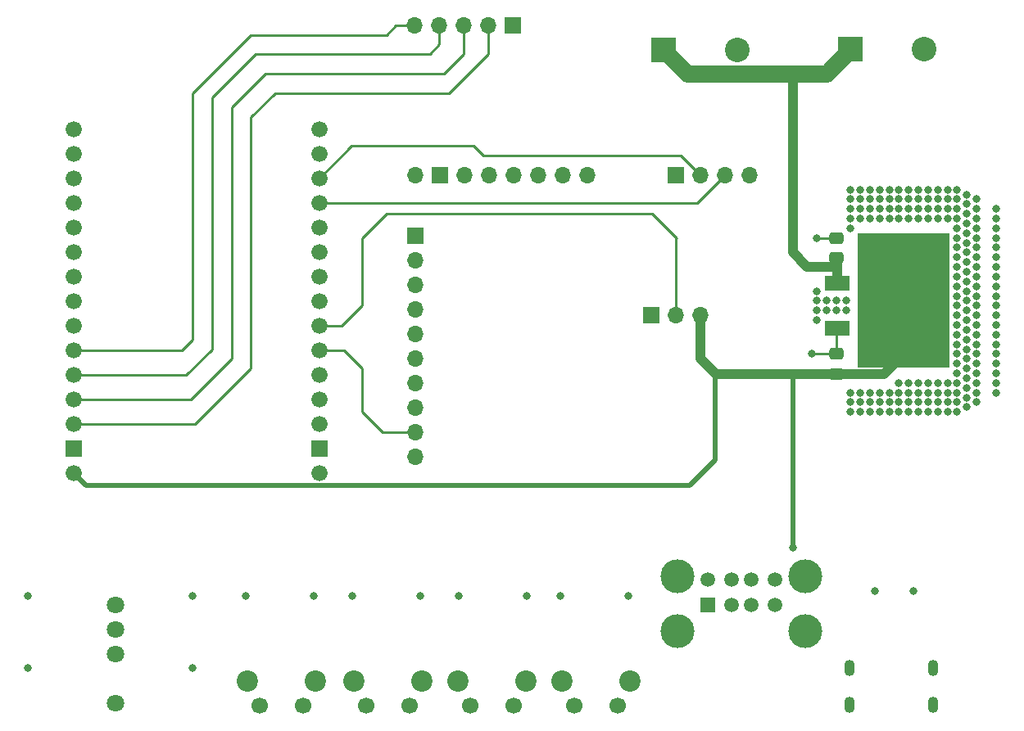
<source format=gbl>
G04 #@! TF.GenerationSoftware,KiCad,Pcbnew,8.0.5*
G04 #@! TF.CreationDate,2024-10-13T23:25:24-04:00*
G04 #@! TF.ProjectId,table-2,7461626c-652d-4322-9e6b-696361645f70,1.2*
G04 #@! TF.SameCoordinates,Original*
G04 #@! TF.FileFunction,Copper,L4,Bot*
G04 #@! TF.FilePolarity,Positive*
%FSLAX46Y46*%
G04 Gerber Fmt 4.6, Leading zero omitted, Abs format (unit mm)*
G04 Created by KiCad (PCBNEW 8.0.5) date 2024-10-13 23:25:24*
%MOMM*%
%LPD*%
G01*
G04 APERTURE LIST*
G04 Aperture macros list*
%AMRoundRect*
0 Rectangle with rounded corners*
0 $1 Rounding radius*
0 $2 $3 $4 $5 $6 $7 $8 $9 X,Y pos of 4 corners*
0 Add a 4 corners polygon primitive as box body*
4,1,4,$2,$3,$4,$5,$6,$7,$8,$9,$2,$3,0*
0 Add four circle primitives for the rounded corners*
1,1,$1+$1,$2,$3*
1,1,$1+$1,$4,$5*
1,1,$1+$1,$6,$7*
1,1,$1+$1,$8,$9*
0 Add four rect primitives between the rounded corners*
20,1,$1+$1,$2,$3,$4,$5,0*
20,1,$1+$1,$4,$5,$6,$7,0*
20,1,$1+$1,$6,$7,$8,$9,0*
20,1,$1+$1,$8,$9,$2,$3,0*%
%AMOutline4P*
0 Free polygon, 4 corners , with rotation*
0 The origin of the aperture is its center*
0 number of corners: always 4*
0 $1 to $8 corner X, Y*
0 $9 Rotation angle, in degrees counterclockwise*
0 create outline with 4 corners*
4,1,4,$1,$2,$3,$4,$5,$6,$7,$8,$1,$2,$9*%
G04 Aperture macros list end*
G04 #@! TA.AperFunction,WasherPad*
%ADD10C,1.800000*%
G04 #@! TD*
G04 #@! TA.AperFunction,ComponentPad*
%ADD11C,1.800000*%
G04 #@! TD*
G04 #@! TA.AperFunction,ComponentPad*
%ADD12R,1.500000X1.500000*%
G04 #@! TD*
G04 #@! TA.AperFunction,ComponentPad*
%ADD13C,1.500000*%
G04 #@! TD*
G04 #@! TA.AperFunction,ComponentPad*
%ADD14C,3.500000*%
G04 #@! TD*
G04 #@! TA.AperFunction,ComponentPad*
%ADD15C,2.200000*%
G04 #@! TD*
G04 #@! TA.AperFunction,ComponentPad*
%ADD16C,1.700000*%
G04 #@! TD*
G04 #@! TA.AperFunction,ComponentPad*
%ADD17O,1.100000X1.700000*%
G04 #@! TD*
G04 #@! TA.AperFunction,ComponentPad*
%ADD18C,1.676400*%
G04 #@! TD*
G04 #@! TA.AperFunction,ComponentPad*
%ADD19Outline4P,-0.838200X-0.838200X0.838200X-0.838200X0.838200X0.838200X-0.838200X0.838200X0.000000*%
G04 #@! TD*
G04 #@! TA.AperFunction,ComponentPad*
%ADD20R,1.676400X1.676400*%
G04 #@! TD*
G04 #@! TA.AperFunction,ComponentPad*
%ADD21R,1.700000X1.700000*%
G04 #@! TD*
G04 #@! TA.AperFunction,ComponentPad*
%ADD22O,1.700000X1.700000*%
G04 #@! TD*
G04 #@! TA.AperFunction,SMDPad,CuDef*
%ADD23RoundRect,0.250000X0.475000X-0.337500X0.475000X0.337500X-0.475000X0.337500X-0.475000X-0.337500X0*%
G04 #@! TD*
G04 #@! TA.AperFunction,SMDPad,CuDef*
%ADD24R,9.500000X14.000000*%
G04 #@! TD*
G04 #@! TA.AperFunction,ComponentPad*
%ADD25R,2.540000X2.540000*%
G04 #@! TD*
G04 #@! TA.AperFunction,ComponentPad*
%ADD26C,2.540000*%
G04 #@! TD*
G04 #@! TA.AperFunction,SMDPad,CuDef*
%ADD27R,2.500000X1.500000*%
G04 #@! TD*
G04 #@! TA.AperFunction,SMDPad,CuDef*
%ADD28R,7.000000X7.000000*%
G04 #@! TD*
G04 #@! TA.AperFunction,ViaPad*
%ADD29C,0.800000*%
G04 #@! TD*
G04 #@! TA.AperFunction,Conductor*
%ADD30C,0.250000*%
G04 #@! TD*
G04 #@! TA.AperFunction,Conductor*
%ADD31C,1.800000*%
G04 #@! TD*
G04 #@! TA.AperFunction,Conductor*
%ADD32C,1.000000*%
G04 #@! TD*
G04 #@! TA.AperFunction,Conductor*
%ADD33C,0.500000*%
G04 #@! TD*
G04 APERTURE END LIST*
D10*
X93500000Y-117655000D03*
D11*
X93500000Y-112575000D03*
X93500000Y-110035000D03*
X93500000Y-107495000D03*
D12*
X154710000Y-107430000D03*
D13*
X157210000Y-107430000D03*
X159210000Y-107430000D03*
X161710000Y-107430000D03*
X154710000Y-104810000D03*
X157210000Y-104810000D03*
X159210000Y-104810000D03*
X161710000Y-104810000D03*
D14*
X151640000Y-110140000D03*
X164780000Y-110140000D03*
X151640000Y-104460000D03*
X164780000Y-104460000D03*
D15*
X146680000Y-115345000D03*
X139680000Y-115345000D03*
D16*
X145430000Y-117845000D03*
X140930000Y-117845000D03*
D17*
X169360000Y-114000000D03*
X169360000Y-117800000D03*
X178000000Y-114000000D03*
X178000000Y-117800000D03*
D15*
X125180000Y-115345000D03*
X118180000Y-115345000D03*
D16*
X123930000Y-117845000D03*
X119430000Y-117845000D03*
D15*
X114180000Y-115345000D03*
X107180000Y-115345000D03*
D16*
X112930000Y-117845000D03*
X108430000Y-117845000D03*
D18*
X89162000Y-58258975D03*
X89162000Y-60798975D03*
X89162000Y-63338975D03*
X89162000Y-65878975D03*
X89162000Y-68418975D03*
X89162000Y-70958975D03*
X89162000Y-73498975D03*
X89162000Y-76038975D03*
X89162000Y-78578975D03*
X89162000Y-81118975D03*
X89162000Y-83658975D03*
X89162000Y-86198975D03*
X89162000Y-88738975D03*
D19*
X89162000Y-91278975D03*
D18*
X89162000Y-93818975D03*
X114562000Y-58258975D03*
X114562000Y-60798975D03*
X114562000Y-63338975D03*
X114562000Y-65878975D03*
X114562000Y-68418975D03*
X114562000Y-70958975D03*
X114562000Y-73498975D03*
X114562000Y-76038975D03*
X114562000Y-78578975D03*
X114562000Y-81118975D03*
X114562000Y-83658975D03*
X114562000Y-86198975D03*
X114562000Y-88738975D03*
D20*
X114562000Y-91278975D03*
D18*
X114562000Y-93818975D03*
D15*
X135930000Y-115345000D03*
X128930000Y-115345000D03*
D16*
X134680000Y-117845000D03*
X130180000Y-117845000D03*
D21*
X124500000Y-69260000D03*
D22*
X124500000Y-71800000D03*
X124500000Y-74340000D03*
X124500000Y-76880000D03*
X124500000Y-79420000D03*
X124500000Y-81960000D03*
X124500000Y-84500000D03*
X124500000Y-87040000D03*
X124500000Y-89580000D03*
X124500000Y-92120000D03*
D23*
X168000000Y-71575000D03*
X168000000Y-69500000D03*
D22*
X124500000Y-63000000D03*
D21*
X127040000Y-63000000D03*
D22*
X129580000Y-63000000D03*
X132120000Y-63000000D03*
X134660000Y-63000000D03*
X137200000Y-63000000D03*
X139740000Y-63000000D03*
X142280000Y-63000000D03*
D24*
X175000000Y-76000000D03*
D22*
X124425000Y-47500000D03*
X126965000Y-47500000D03*
X129505000Y-47500000D03*
X132045000Y-47500000D03*
D21*
X134585000Y-47500000D03*
D22*
X153960000Y-77500000D03*
X151420000Y-77500000D03*
D21*
X148880000Y-77500000D03*
D25*
X150190000Y-50050000D03*
D26*
X157810000Y-50050000D03*
D27*
X168150000Y-74200000D03*
D28*
X175000000Y-76500000D03*
D27*
X168150000Y-78800000D03*
D25*
X169500000Y-50000000D03*
D26*
X177120000Y-50000000D03*
D23*
X168000000Y-83575000D03*
X168000000Y-81500000D03*
D21*
X151420000Y-63000000D03*
D22*
X153960000Y-63000000D03*
X156500000Y-63000000D03*
X159040000Y-63000000D03*
D29*
X184500000Y-85500000D03*
X184500000Y-84500000D03*
X184500000Y-83500000D03*
X184500000Y-82500000D03*
X184500000Y-81500000D03*
X184500000Y-80500000D03*
X184500000Y-79500000D03*
X184500000Y-78500000D03*
X184500000Y-77500000D03*
X184500000Y-76500000D03*
X184500000Y-75500000D03*
X184500000Y-74500000D03*
X184500000Y-73500000D03*
X184500000Y-72500000D03*
X184500000Y-71500000D03*
X184500000Y-70500000D03*
X184500000Y-69500000D03*
X184500000Y-68500000D03*
X184500000Y-67500000D03*
X184500000Y-66500000D03*
X182500000Y-86500000D03*
X181500000Y-87000000D03*
X180500000Y-87500000D03*
X181500000Y-86000000D03*
X180500000Y-86500000D03*
X180500000Y-85500000D03*
X179500000Y-85500000D03*
X179500000Y-86500000D03*
X179500000Y-87500000D03*
X178500000Y-87500000D03*
X178500000Y-86500000D03*
X178500000Y-85500000D03*
X177500000Y-85500000D03*
X177500000Y-86500000D03*
X177500000Y-87500000D03*
X176500000Y-87500000D03*
X176500000Y-86500000D03*
X176500000Y-85500000D03*
X175500000Y-85500000D03*
X175500000Y-86500000D03*
X175500000Y-87500000D03*
X174500000Y-87500000D03*
X174500000Y-86500000D03*
X173500000Y-86500000D03*
X173500000Y-87500000D03*
X172500000Y-87500000D03*
X172500000Y-86500000D03*
X171500000Y-86500000D03*
X171500000Y-87500000D03*
X170500000Y-87500000D03*
X169500000Y-87500000D03*
X170500000Y-86500000D03*
X169500000Y-86500000D03*
X169500000Y-85500000D03*
X170500000Y-85500000D03*
X171500000Y-85500000D03*
X172500000Y-85500000D03*
X173500000Y-85500000D03*
X174500000Y-85500000D03*
X174500000Y-84500000D03*
X175500000Y-84500000D03*
X176500000Y-84500000D03*
X177500000Y-84500000D03*
X178500000Y-84500000D03*
X179500000Y-84500000D03*
X182500000Y-85500000D03*
X180500000Y-84500000D03*
X181500000Y-85000000D03*
X182500000Y-84500000D03*
X181500000Y-84000000D03*
X180500000Y-83500000D03*
X169500000Y-64500000D03*
X170500000Y-64500000D03*
X171500000Y-64500000D03*
X172500000Y-64500000D03*
X173500000Y-64500000D03*
X174500000Y-64500000D03*
X175500000Y-64500000D03*
X176500000Y-64500000D03*
X177500000Y-64500000D03*
X178500000Y-64500000D03*
X179500000Y-64500000D03*
X180500000Y-64500000D03*
X181500000Y-65000000D03*
X182500000Y-65500000D03*
X182500000Y-66500000D03*
X181500000Y-66000000D03*
X180500000Y-65500000D03*
X179500000Y-65500000D03*
X178500000Y-65500000D03*
X177500000Y-65500000D03*
X176500000Y-65500000D03*
X175500000Y-65500000D03*
X174500000Y-65500000D03*
X173500000Y-65500000D03*
X172500000Y-65500000D03*
X171500000Y-65500000D03*
X170500000Y-65500000D03*
X169500000Y-65500000D03*
X169500000Y-66500000D03*
X170500000Y-66500000D03*
X171500000Y-66500000D03*
X172500000Y-66500000D03*
X173500000Y-66500000D03*
X174500000Y-66500000D03*
X175500000Y-66500000D03*
X176500000Y-66500000D03*
X177500000Y-66500000D03*
X178500000Y-66500000D03*
X179500000Y-66500000D03*
X180500000Y-66500000D03*
X181500000Y-67000000D03*
X169500000Y-68500000D03*
X169500000Y-67500000D03*
X170500000Y-67500000D03*
X171500000Y-67500000D03*
X172500000Y-67500000D03*
X173500000Y-67500000D03*
X174500000Y-67500000D03*
X175500000Y-67500000D03*
X176500000Y-67500000D03*
X177500000Y-67500000D03*
X178500000Y-67500000D03*
X179500000Y-67500000D03*
X180500000Y-67500000D03*
X166000000Y-75000000D03*
X166000000Y-78000000D03*
X166000000Y-77000000D03*
X166000000Y-76000000D03*
X167000000Y-77000000D03*
X167000000Y-76000000D03*
X168000000Y-77000000D03*
X168000000Y-76000000D03*
X169000000Y-77000000D03*
X169000000Y-76000000D03*
X182500000Y-83500000D03*
X182500000Y-82500000D03*
X182500000Y-81500000D03*
X182500000Y-80500000D03*
X182500000Y-79500000D03*
X182500000Y-78500000D03*
X182500000Y-77500000D03*
X182500000Y-76500000D03*
X182500000Y-75500000D03*
X182500000Y-74500000D03*
X182500000Y-73500000D03*
X182500000Y-72500000D03*
X182500000Y-71500000D03*
X182500000Y-70500000D03*
X182500000Y-69500000D03*
X182500000Y-67500000D03*
X182500000Y-68500000D03*
X181500000Y-83000000D03*
X181500000Y-82000000D03*
X181500000Y-81000000D03*
X181500000Y-80000000D03*
X181500000Y-79000000D03*
X181500000Y-78000000D03*
X181500000Y-77000000D03*
X181500000Y-76000000D03*
X181500000Y-75000000D03*
X181500000Y-74000000D03*
X181500000Y-73000000D03*
X181500000Y-72000000D03*
X181500000Y-71000000D03*
X181500000Y-70000000D03*
X181500000Y-69000000D03*
X181500000Y-68000000D03*
X180500000Y-68500000D03*
X180500000Y-69500000D03*
X180500000Y-70500000D03*
X180500000Y-71500000D03*
X180500000Y-72500000D03*
X180500000Y-73500000D03*
X180500000Y-74500000D03*
X180500000Y-75500000D03*
X180500000Y-76500000D03*
X180500000Y-77500000D03*
X180500000Y-78500000D03*
X180500000Y-79500000D03*
X180500000Y-80500000D03*
X180500000Y-81500000D03*
X180500000Y-82500000D03*
X84500000Y-114000000D03*
X172000000Y-106000000D03*
X107000000Y-106500000D03*
X176000000Y-106000000D03*
X139500000Y-106500000D03*
X166000000Y-69500000D03*
X118000000Y-106500000D03*
X101500000Y-114000000D03*
X165500000Y-81500000D03*
X129000000Y-106500000D03*
X163500000Y-101500000D03*
X125000000Y-106500000D03*
X136000000Y-106500000D03*
X101500000Y-106500000D03*
X114000000Y-106500000D03*
X84500000Y-106500000D03*
X146500000Y-106500000D03*
D30*
X168000000Y-81500000D02*
X168000000Y-78950000D01*
X168000000Y-78950000D02*
X168150000Y-78800000D01*
X168000000Y-69500000D02*
X166000000Y-69500000D01*
X168000000Y-81500000D02*
X165500000Y-81500000D01*
D31*
X163500000Y-52500000D02*
X167000000Y-52500000D01*
D32*
X168150000Y-72500000D02*
X168150000Y-71725000D01*
X163500000Y-52500000D02*
X163500000Y-71000000D01*
X168150000Y-71725000D02*
X168000000Y-71575000D01*
X165000000Y-72500000D02*
X168150000Y-72500000D01*
D31*
X152640000Y-52500000D02*
X163500000Y-52500000D01*
D32*
X163500000Y-71000000D02*
X165000000Y-72500000D01*
D31*
X167000000Y-52500000D02*
X169500000Y-50000000D01*
D32*
X168150000Y-74200000D02*
X168150000Y-72500000D01*
D31*
X150190000Y-50050000D02*
X152640000Y-52500000D01*
D32*
X172925000Y-83575000D02*
X168000000Y-83575000D01*
X168000000Y-83575000D02*
X163500000Y-83575000D01*
D33*
X90450200Y-95107175D02*
X89162000Y-93818975D01*
X155500000Y-83650000D02*
X155500000Y-92500000D01*
X155500000Y-92500000D02*
X152892825Y-95107175D01*
D32*
X175000000Y-76500000D02*
X175000000Y-81500000D01*
D30*
X155500000Y-83650000D02*
X155575000Y-83575000D01*
D32*
X163500000Y-83575000D02*
X155575000Y-83575000D01*
X153960000Y-81960000D02*
X153960000Y-77500000D01*
D33*
X152892825Y-95107175D02*
X90450200Y-95107175D01*
D32*
X155575000Y-83575000D02*
X153960000Y-81960000D01*
X175000000Y-81500000D02*
X172925000Y-83575000D01*
D33*
X163500000Y-101500000D02*
X163500000Y-83575000D01*
D30*
X119000000Y-87500000D02*
X121080000Y-89580000D01*
X114562000Y-81118975D02*
X117118975Y-81118975D01*
X119000000Y-83000000D02*
X119000000Y-87500000D01*
X121080000Y-89580000D02*
X124500000Y-89580000D01*
X117118975Y-81118975D02*
X119000000Y-83000000D01*
X153621025Y-65878975D02*
X156500000Y-63000000D01*
X114562000Y-65878975D02*
X153621025Y-65878975D01*
X151960000Y-61000000D02*
X153960000Y-63000000D01*
X131500000Y-61000000D02*
X151960000Y-61000000D01*
X114562000Y-63338975D02*
X117900975Y-60000000D01*
X117900975Y-60000000D02*
X130500000Y-60000000D01*
X130500000Y-60000000D02*
X131500000Y-61000000D01*
X108000000Y-50500000D02*
X126000000Y-50500000D01*
X103500000Y-81000000D02*
X103500000Y-55000000D01*
X126965000Y-49465000D02*
X126965000Y-47500000D01*
X127000000Y-49500000D02*
X126965000Y-49465000D01*
X100841025Y-83658975D02*
X103500000Y-81000000D01*
X126000000Y-50500000D02*
X127000000Y-49500000D01*
X89162000Y-83658975D02*
X100841025Y-83658975D01*
X103500000Y-55000000D02*
X108000000Y-50500000D01*
X107500000Y-48500000D02*
X121500000Y-48500000D01*
X121500000Y-48500000D02*
X122500000Y-47500000D01*
X122500000Y-47500000D02*
X124425000Y-47500000D01*
X101500000Y-80000000D02*
X101500000Y-54500000D01*
X100381025Y-81118975D02*
X101500000Y-80000000D01*
X89162000Y-81118975D02*
X100381025Y-81118975D01*
X101500000Y-54500000D02*
X107500000Y-48500000D01*
X107500000Y-83000000D02*
X107500000Y-57000000D01*
X132045000Y-50455000D02*
X132045000Y-47500000D01*
X89162000Y-88738975D02*
X101761025Y-88738975D01*
X101761025Y-88738975D02*
X107500000Y-83000000D01*
X107500000Y-57000000D02*
X110000000Y-54500000D01*
X128000000Y-54500000D02*
X132045000Y-50455000D01*
X110000000Y-54500000D02*
X128000000Y-54500000D01*
X89162000Y-86198975D02*
X101301025Y-86198975D01*
X109000000Y-52500000D02*
X127500000Y-52500000D01*
X129505000Y-49495000D02*
X129505000Y-47500000D01*
X105500000Y-82000000D02*
X105500000Y-56000000D01*
X129500000Y-49500000D02*
X129505000Y-49495000D01*
X129500000Y-50500000D02*
X129500000Y-49500000D01*
X101301025Y-86198975D02*
X105500000Y-82000000D01*
X127500000Y-52500000D02*
X129500000Y-50500000D01*
X105500000Y-56000000D02*
X109000000Y-52500000D01*
X149000000Y-67000000D02*
X151500000Y-69500000D01*
X114562000Y-78578975D02*
X116921025Y-78578975D01*
X121500000Y-67000000D02*
X149000000Y-67000000D01*
X151500000Y-69500000D02*
X151420000Y-69580000D01*
X119000000Y-76500000D02*
X119000000Y-69500000D01*
X151420000Y-69580000D02*
X151420000Y-77500000D01*
X116921025Y-78578975D02*
X119000000Y-76500000D01*
X119000000Y-69500000D02*
X121500000Y-67000000D01*
M02*

</source>
